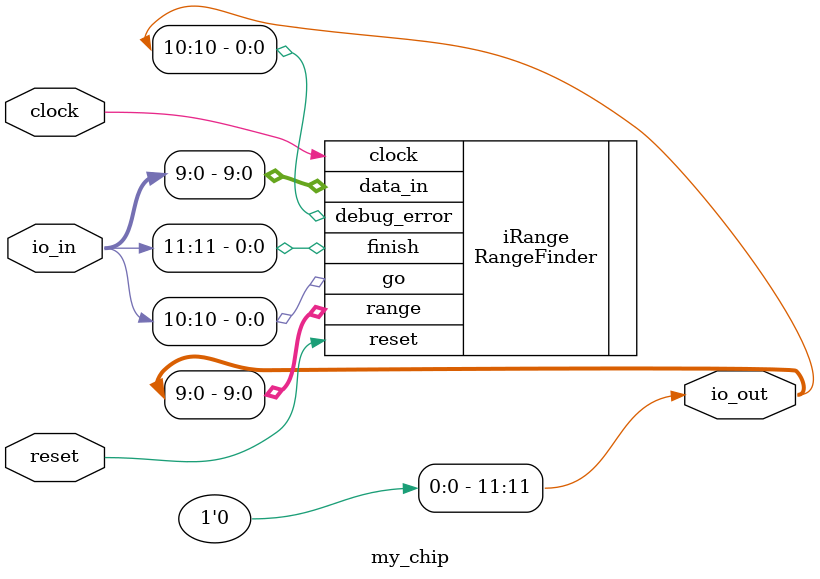
<source format=sv>
`default_nettype none

module my_chip (
    input logic [11:0] io_in, // Inputs to your chip
    output logic [11:0] io_out, // Outputs from your chip
    input logic clock,
    input logic reset // Important: Reset is ACTIVE-HIGH
);
    // TODO: remove the counter design and use this module to insert your own design
    // DO NOT change the I/O header of this design

    RangeFinder iRange (
        .data_in(io_in[9:0]),
        .clock(clock), .reset(reset),
        .go(io_in[10]), .finish(io_in[11]),
        .range(io_out[9:0]),
        .debug_error(io_out[10])
	);

    assign io_out[11] = 0; // this value isn't needed. 

endmodule

</source>
